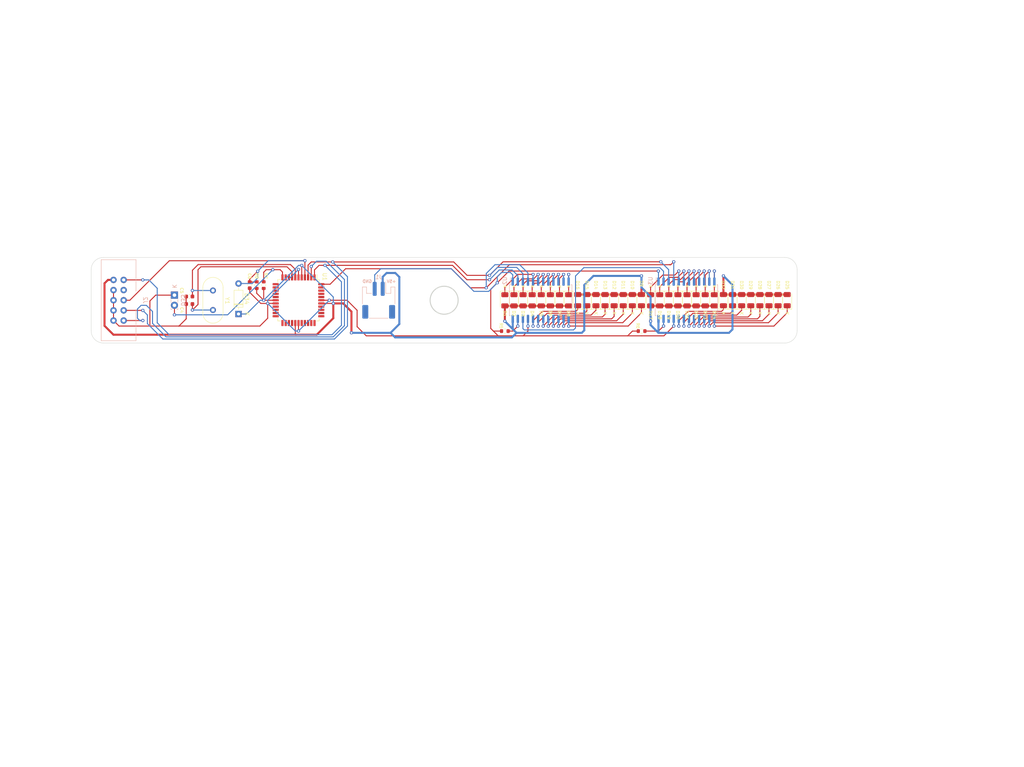
<source format=kicad_pcb>
(kicad_pcb (version 20221018) (generator pcbnew)
  (layers (0 "F.Cu" signal "Top Layer") (31 "B.Cu" signal "Bottom Layer") (34 "B.Paste" user "Bottom Paste") (35 "F.Paste" user "Top Paste") (36 "B.SilkS" user "Bottom Overlay") (37 "F.SilkS" user "Top Overlay") (38 "B.Mask" user "Bottom Solder") (39 "F.Mask" user "Top Solder") (44 "Edge.Cuts" user))
  (net 0 "")
  (net 1 "GND")
  (net 17 "/Reset")
  (net 31 "+5V")
  (net 32 "Net-(U1-XTAL2)")
  (net 33 "Net-(U1-XTAL1)")
  (net 34 "/PD2")
  (net 36 "/PB5")
  (net 37 "/PB7")
  (net 38 "Net-(D1-K)")
  (net 39 "Net-(D2-K)")
  (net 40 "Net-(D3-K)")
  (net 41 "Net-(D4-K)")
  (net 42 "Net-(D5-K)")
  (net 43 "Net-(D6-K)")
  (net 44 "Net-(D7-K)")
  (net 45 "Net-(D8-K)")
  (net 46 "Net-(D9-K)")
  (net 47 "Net-(D10-K)")
  (net 48 "Net-(D11-K)")
  (net 49 "Net-(D12-K)")
  (net 50 "Net-(D13-K)")
  (net 51 "Net-(D14-K)")
  (net 52 "Net-(D15-K)")
  (net 53 "Net-(D16-K)")
  (net 54 "Net-(D17-K)")
  (net 55 "Net-(D18-K)")
  (net 56 "Net-(D19-K)")
  (net 57 "Net-(D20-K)")
  (net 58 "Net-(D21-K)")
  (net 59 "Net-(D22-K)")
  (net 60 "Net-(D23-K)")
  (net 61 "Net-(D24-K)")
  (net 62 "Net-(D25-K)")
  (net 63 "Net-(D26-K)")
  (net 64 "Net-(D27-K)")
  (net 65 "Net-(D28-K)")
  (net 66 "Net-(D29-K)")
  (net 67 "Net-(D30-K)")
  (net 68 "Net-(D31-K)")
  (net 69 "Net-(D32-K)")
  (net 70 "Net-(U2-RSET)")
  (net 71 "Net-(U3-RSET)")
  (net 72 "/PB6")
  (net 73 "Net-(U2-SOUT)")
  (net 75 "/PB4")
  (footprint "Resistor_SMD:R_0603_1608Metric" (layer "F.Cu") (at 104.33861 80.86 90)
    (fp_text reference "R7")
    (fp_text value "10k")
  )
  (footprint "LED_SMD:LED_1206_3216Metric" (layer "F.Cu") (at 164.60861 84.66008 -90)
    (fp_text reference "D1")
    (fp_text value "LED")
  )
  (footprint "LED_SMD:LED_1206_3216Metric" (layer "F.Cu") (at 205.578932 84.66008 -90)
    (fp_text reference "D19")
    (fp_text value "LED")
  )
  (footprint "LED_SMD:LED_1206_3216Metric" (layer "F.Cu") (at 173.713126 84.66008 -90)
    (fp_text reference "D5")
    (fp_text value "LED")
  )
  (footprint "LED_SMD:LED_1206_3216Metric" (layer "F.Cu") (at 223.787964 84.62008 90)
    (fp_text reference "D30")
    (fp_text value "LED")
  )
  (footprint "LED_SMD:LED_1206_3216Metric" (layer "F.Cu") (at 219.235706 84.62008 90)
    (fp_text reference "D32")
    (fp_text value "LED")
  )
  (footprint "LED_SMD:LED_1206_3216Metric" (layer "F.Cu") (at 221.511835 84.62008 90)
    (fp_text reference "D31")
    (fp_text value "LED")
  )
  (footprint "LED_SMD:LED_1206_3216Metric" (layer "F.Cu") (at 198.750545 84.62008 90)
    (fp_text reference "D9")
    (fp_text value "LED")
  )
  (footprint "Diode_THT:D_DO-35_SOD27_P7.62mm_Horizontal" (layer "F.Cu") (at 98.05361 88.08 90)
    (fp_text reference "D34")
    (fp_text value "1N4148")
  )
  (footprint "Crystal:Crystal_HC49-4H_Vertical" (layer "F.Cu") (at 91.66361 87.09008 90)
    (fp_text reference "Y1")
    (fp_text value "Crystal")
  )
  (footprint "LED_SMD:LED_1206_3216Metric" (layer "F.Cu") (at 169.160868 84.66008 -90)
    (fp_text reference "D3")
    (fp_text value "LED")
  )
  (footprint "Resistor_SMD:R_0603_1608Metric" (layer "F.Cu") (at 164.60861 92.36 180)
    (fp_text reference "R5")
    (fp_text value "7.32k")
  )
  (footprint "Resistor_SMD:R_0603_1608Metric" (layer "F.Cu") (at 102.59111 80.86 90)
    (fp_text reference "R8")
    (fp_text value "10k")
  )
  (footprint "LED_SMD:LED_1206_3216Metric" (layer "F.Cu") (at 230.616351 84.62008 90)
    (fp_text reference "D27")
    (fp_text value "LED")
  )
  (footprint "LED_SMD:LED_1206_3216Metric" (layer "F.Cu") (at 201.026674 84.66008 -90)
    (fp_text reference "D17")
    (fp_text value "LED")
  )
  (footprint "LED_SMD:LED_1206_3216Metric" (layer "F.Cu") (at 166.884739 84.66008 -90)
    (fp_text reference "D2")
    (fp_text value "LED")
  )
  (footprint "LED_SMD:LED_1206_3216Metric" (layer "F.Cu") (at 189.646029 84.62008 90)
    (fp_text reference "D13")
    (fp_text value "LED")
  )
  (footprint "Capacitor_SMD:C_0603_1608Metric" (layer "F.Cu") (at 100.84361 80.86 -90)
    (fp_text reference "C6")
    (fp_text value "100nF")
  )
  (footprint "LED_SMD:LED_1206_3216Metric" (layer "F.Cu") (at 191.922158 84.62008 90)
    (fp_text reference "D12")
    (fp_text value "LED")
  )
  (footprint "Package_QFP:TQFP-44_10x10mm_P0.8mm" (layer "F.Cu") (at 113.03861 84.64008 -90)
    (fp_text reference "U1")
    (fp_text value "ATmega32-16A")
  )
  (footprint "LED_SMD:LED_1206_3216Metric" (layer "F.Cu") (at 207.855061 84.66008 -90)
    (fp_text reference "D20")
    (fp_text value "LED")
  )
  (footprint "LED_SMD:LED_1206_3216Metric" (layer "F.Cu") (at 228.340222 84.62008 90)
    (fp_text reference "D28")
    (fp_text value "LED")
  )
  (footprint "LED_SMD:LED_1206_3216Metric" (layer "F.Cu") (at 182.817642 84.62008 90)
    (fp_text reference "D16")
    (fp_text value "LED")
  )
  (footprint "LED_SMD:LED_1206_3216Metric" (layer "F.Cu") (at 212.407319 84.66008 -90)
    (fp_text reference "D22")
    (fp_text value "LED")
  )
  (footprint "LED_SMD:LED_1206_3216Metric" (layer "F.Cu") (at 196.474416 84.62008 90)
    (fp_text reference "D10")
    (fp_text value "LED")
  )
  (footprint "LED_SMD:LED_1206_3216Metric" (layer "F.Cu") (at 187.3699 84.62008 90)
    (fp_text reference "D14")
    (fp_text value "LED")
  )
  (footprint "LED_SMD:LED_1206_3216Metric" (layer "F.Cu") (at 226.064093 84.62008 90)
    (fp_text reference "D29")
    (fp_text value "LED")
  )
  (footprint "LED_SMD:LED_1206_3216Metric" (layer "F.Cu") (at 235.168609 84.62008 90)
    (fp_text reference "D25")
    (fp_text value "LED")
  )
  (footprint "LED_SMD:LED_1206_3216Metric" (layer "F.Cu") (at 216.959577 84.66008 -90)
    (fp_text reference "D24")
    (fp_text value "LED")
  )
  (footprint "LED_SMD:LED_1206_3216Metric" (layer "F.Cu") (at 203.302803 84.66008 -90)
    (fp_text reference "D18")
    (fp_text value "LED")
  )
  (footprint "LED_SMD:LED_1206_3216Metric" (layer "F.Cu") (at 180.541513 84.66008 -90)
    (fp_text reference "D8")
    (fp_text value "LED")
  )
  (footprint "LED_SMD:LED_1206_3216Metric" (layer "F.Cu") (at 175.989255 84.66008 -90)
    (fp_text reference "D6")
    (fp_text value "LED")
  )
  (footprint "Resistor_SMD:R_0603_1608Metric" (layer "F.Cu") (at 198.78 92.36 180)
    (fp_text reference "R6")
    (fp_text value "7.32k")
  )
  (footprint "Capacitor_SMD:C_0603_1608Metric" (layer "F.Cu") (at 85.758 83.71008 180)
    (fp_text reference "C5")
    (fp_text value "22p")
  )
  (footprint "LED_SMD:LED_1206_3216Metric" (layer "F.Cu") (at 178.265384 84.66008 -90)
    (fp_text reference "D7")
    (fp_text value "LED")
  )
  (footprint "LED_SMD:LED_1206_3216Metric" (layer "F.Cu") (at 214.683448 84.66008 -90)
    (fp_text reference "D23")
    (fp_text value "LED")
  )
  (footprint "LED_SMD:LED_1206_3216Metric" (layer "F.Cu") (at 232.89248 84.62008 90)
    (fp_text reference "D26")
    (fp_text value "LED")
  )
  (footprint "LED_SMD:LED_1206_3216Metric" (layer "F.Cu") (at 185.093771 84.62008 90)
    (fp_text reference "D15")
    (fp_text value "LED")
  )
  (footprint "LED_SMD:LED_1206_3216Metric" (layer "F.Cu") (at 210.13119 84.66008 -90)
    (fp_text reference "D21")
    (fp_text value "LED")
  )
  (footprint "LED_SMD:LED_1206_3216Metric" (layer "F.Cu") (at 194.198287 84.62008 90)
    (fp_text reference "D11")
    (fp_text value "LED")
  )
  (footprint "Capacitor_SMD:C_0603_1608Metric" (layer "F.Cu") (at 85.758 85.59008 180)
    (fp_text reference "C4")
    (fp_text value "22p")
  )
  (footprint "LED_SMD:LED_1206_3216Metric" (layer "F.Cu") (at 171.436997 84.66008 -90)
    (fp_text reference "D4")
    (fp_text value "LED")
  )
  (footprint "Package_SO:SOIC-24W_7.5x15.4mm_P1.27mm" (layer "B.Cu") (at 173.56361 84.64008 -90)
    (fp_text reference "U2")
    (fp_text value "STP16CPC05MTR")
  )
  (footprint "Connectors:ISP-10" (layer "B.Cu") (at 68.07861 84.64008 -90)
    (fp_text reference "J2")
    (fp_text value "AVR-ISP-10")
  )
  (footprint "LED_THT:LED_SideEmitter_Rectangular_W4.5mm_H1.6mm" (layer "B.Cu") (at 82.03861 83.36508 -90)
    (fp_text reference "D33")
    (fp_text value "IRL81A")
  )
  (footprint "Package_SO:SOIC-24W_7.5x15.4mm_P1.27mm" (layer "B.Cu") (at 209.98361 84.64008 -90)
    (fp_text reference "U3")
    (fp_text value "STP16CPC05MTR")
  )
  (footprint "Connector_JST:JST_PH_S2B-PH-SM4-TB_1x02-1MP_P2.00mm_Horizontal" (layer "B.Cu") (at 133.08 84.64008 180)
    (fp_text reference "J1")
    (fp_text value "Barrel_Jack")
  )
  (gr_line (start 64.29461 95.34008) (end 234.57861 95.34008) (stroke (width 0.1)) (layer "Edge.Cuts"))
  (gr_arc (start 234.57861 73.94008) (mid 236.749428 74.839262) (end 237.64861 77.01008) (stroke (width 0.1)) (layer "Edge.Cuts"))
  (gr_line (start 61.22461 77.01008) (end 61.22461 92.27008) (stroke (width 0.1)) (layer "Edge.Cuts"))
  (gr_arc (start 61.22461 77.01008) (mid 62.123792 74.839262) (end 64.29461 73.94008) (stroke (width 0.1)) (layer "Edge.Cuts"))
  (gr_arc (start 237.64861 92.27008) (mid 236.749428 94.440898) (end 234.57861 95.34008) (stroke (width 0.1)) (layer "Edge.Cuts"))
  (gr_arc (start 64.29461 95.34008) (mid 62.123792 94.440898) (end 61.22461 92.27008) (stroke (width 0.1)) (layer "Edge.Cuts"))
  (gr_line (start 234.57861 73.94008) (end 64.29461 73.94008) (stroke (width 0.1)) (layer "Edge.Cuts"))
  (gr_line (start 237.64861 77.01008) (end 237.64861 92.27008) (stroke (width 0.1)) (layer "Edge.Cuts"))
  (gr_circle (center 149.43661 84.64008) (end 152.93661 84.64008) (stroke (width 0.25)) (fill none) (layer "Edge.Cuts"))
  (gr_text "K" (at 82.12 81.15 90) (layer "B.SilkS") (effects (font (size 1 1) (thickness 0.15) bold)))
  (gr_text "GND" (at 130.2 79.92) (layer "B.SilkS") (effects (font (size 0.75 0.75) (thickness 0.15) bold) (justify mirror)))
  (gr_text "+5V" (at 136.26 79.92) (layer "B.SilkS") (effects (font (size 0.75 0.75) (thickness 0.15) bold) (justify mirror)))
  (gr_text "K" (at 175.98361 81.257143 270) (layer "F.SilkS") (effects (font (size 0.75 0.75) (thickness 0.15) bold)))
  (gr_text "K" (at 171.45361 81.257143 270) (layer "F.SilkS") (effects (font (size 0.75 0.75) (thickness 0.15) bold)))
  (gr_text "K" (at 178.27361 81.257143 270) (layer "F.SilkS") (effects (font (size 0.75 0.75) (thickness 0.15) bold)))
  (gr_text "K" (at 198.75361 87.928571 270) (layer "F.SilkS") (effects (font (size 0.75 0.75) (thickness 0.15) bold)))
  (gr_text "K" (at 203.31361 81.21 270) (layer "F.SilkS") (effects (font (size 0.75 0.75) (thickness 0.15) bold)))
  (gr_text "K" (at 191.95361 87.928571 270) (layer "F.SilkS") (effects (font (size 0.75 0.75) (thickness 0.15) bold)))
  (gr_text "K" (at 216.97361 81.21 270) (layer "F.SilkS") (effects (font (size 0.75 0.75) (thickness 0.15) bold)))
  (gr_text "K" (at 214.68361 81.21 270) (layer "F.SilkS") (effects (font (size 0.75 0.75) (thickness 0.15) bold)))
  (gr_text "K" (at 187.36361 87.928571 270) (layer "F.SilkS") (effects (font (size 0.75 0.75) (thickness 0.15) bold)))
  (gr_text "K" (at 173.71361 81.257143 270) (layer "F.SilkS") (effects (font (size 0.75 0.75) (thickness 0.15) bold)))
  (gr_text "K" (at 230.62361 87.928571 270) (layer "F.SilkS") (effects (font (size 0.75 0.75) (thickness 0.15) bold)))
  (gr_text "K" (at 180.53361 81.257143 270) (layer "F.SilkS") (effects (font (size 0.75 0.75) (thickness 0.15) bold)))
  (gr_text "K" (at 205.58361 81.21 270) (layer "F.SilkS") (effects (font (size 0.75 0.75) (thickness 0.15) bold)))
  (gr_text "K" (at 210.14361 81.21 270) (layer "F.SilkS") (effects (font (size 0.75 0.75) (thickness 0.15) bold)))
  (gr_text "K" (at 223.78361 87.928571 270) (layer "F.SilkS") (effects (font (size 0.75 0.75) (thickness 0.15) bold)))
  (gr_text "K" (at 194.18361 87.928571 270) (layer "F.SilkS") (effects (font (size 0.75 0.75) (thickness 0.15) bold)))
  (gr_text "K" (at 196.47361 87.928571 270) (layer "F.SilkS") (effects (font (size 0.75 0.75) (thickness 0.15) bold)))
  (gr_text "K" (at 232.89361 87.928571 270) (layer "F.SilkS") (effects (font (size 0.75 0.75) (thickness 0.15) bold)))
  (gr_text "K" (at 221.52361 87.928571 270) (layer "F.SilkS") (effects (font (size 0.75 0.75) (thickness 0.15) bold)))
  (gr_text "K" (at 164.62361 81.257143 270) (layer "F.SilkS") (effects (font (size 0.75 0.75) (thickness 0.15) bold)))
  (gr_text "K" (at 166.87361 81.257143 270) (layer "F.SilkS") (effects (font (size 0.75 0.75) (thickness 0.15) bold)))
  (gr_text "K" (at 207.85361 81.21 270) (layer "F.SilkS") (effects (font (size 0.75 0.75) (thickness 0.15) bold)))
  (gr_text "K" (at 212.41361 81.21 270) (layer "F.SilkS") (effects (font (size 0.75 0.75) (thickness 0.15) bold)))
  (gr_text "K" (at 219.23361 87.928571 270) (layer "F.SilkS") (effects (font (size 0.75 0.75) (thickness 0.15) bold)))
  (gr_text "K" (at 235.18361 87.928571 270) (layer "F.SilkS") (effects (font (size 0.75 0.75) (thickness 0.15) bold)))
  (gr_text "K" (at 185.11361 87.928571 270) (layer "F.SilkS") (effects (font (size 0.75 0.75) (thickness 0.15) bold)))
  (gr_text "K" (at 182.83361 87.928571 270) (layer "F.SilkS") (effects (font (size 0.75 0.75) (thickness 0.15) bold)))
  (gr_text "K" (at 189.68361 87.928571 270) (layer "F.SilkS") (effects (font (size 0.75 0.75) (thickness 0.15) bold)))
  (gr_text "K" (at 201.01361 81.21 270) (layer "F.SilkS") (effects (font (size 0.75 0.75) (thickness 0.15) bold)))
  (gr_text "K" (at 228.35361 87.928571 270) (layer "F.SilkS") (effects (font (size 0.75 0.75) (thickness 0.15) bold)))
  (gr_text "K" (at 226.03361 87.928571 270) (layer "F.SilkS") (effects (font (size 0.75 0.75) (thickness 0.15) bold)))
  (gr_text "K" (at 169.14361 81.257143 270) (layer "F.SilkS") (effects (font (size 0.75 0.75) (thickness 0.15) bold)))
  (segment (start 127.69 87.16) (end 127.69 91.26) (width 0.25) (layer "F.Cu") (net 1))
  (segment (start 66.80861 84.64008) (end 66.80861 87.18008) (width 0.25) (layer "F.Cu") (net 1))
  (segment (start 82.03861 83.36508) (end 77.35492 83.36508) (width 0.25) (layer "F.Cu") (net 1))
  (segment (start 170.38861 91.1) (end 170.38861 92.335) (width 0.25) (layer "F.Cu") (net 1))
  (segment (start 161.08 91.69) (end 161.08 81.91361) (width 0.25) (layer "F.Cu") (net 1))
  (segment (start 103.38361 91.1) (end 105.33861 89.145) (width 0.25) (layer "F.Cu") (net 1))
  (segment (start 100.84361 82.67) (end 103.61369 85.44008) (width 0.25) (layer "F.Cu") (net 1))
  (segment (start 75.92 91.1) (end 83.17 91.1) (width 0.25) (layer "F.Cu") (net 1))
  (segment (start 83.17 91.1) (end 103.38361 91.1) (width 0.25) (layer "F.Cu") (net 1))
  (segment (start 105.33861 89.145) (end 105.33861 85.44008) (width 0.25) (layer "F.Cu") (net 1))
  (segment (start 161.75 92.36) (end 162.94 93.55) (width 0.25) (layer "F.Cu") (net 1))
  (segment (start 161.75 92.36) (end 161.08 91.69) (width 0.25) (layer "F.Cu") (net 1))
  (segment (start 75.9 91.08) (end 75.9 84.82) (width 0.25) (layer "F.Cu") (net 1))
  (segment (start 163.78361 92.36) (end 161.75 92.36) (width 0.25) (layer "F.Cu") (net 1))
  (segment (start 161.08 81.91361) (end 162.71361 80.28) (width 0.25) (layer "F.Cu") (net 1))
  (segment (start 84.983 83.71008) (end 84.983 85.59008) (width 0.25) (layer "F.Cu") (net 1))
  (segment (start 204.35861 93.55) (end 198.80361 93.55) (width 0.25) (layer "F.Cu") (net 1))
  (segment (start 125.17008 84.64008) (end 127.69 87.16) (width 0.25) (layer "F.Cu") (net 1))
  (segment (start 84.983 85.59008) (end 84.983 89.287) (width 0.25) (layer "F.Cu") (net 1))
  (segment (start 113.03861 76.94008) (end 113.03861 78.94008) (width 0.25) (layer "F.Cu") (net 1))
  (segment (start 195.3 93.55) (end 169.17361 93.55) (width 0.25) (layer "F.Cu") (net 1))
  (segment (start 129.98 93.55) (end 169.17361 93.55) (width 0.25) (layer "F.Cu") (net 1))
  (segment (start 66.80861 89.72008) (end 68.18853 91.1) (width 0.25) (layer "F.Cu") (net 1))
  (segment (start 113.03861 92.34008) (end 113.03861 90.34008) (width 0.25) (layer "F.Cu") (net 1))
  (segment (start 196.49 92.36) (end 195.3 93.55) (width 0.25) (layer "F.Cu") (net 1))
  (segment (start 170.38861 92.335) (end 169.17361 93.55) (width 0.25) (layer "F.Cu") (net 1))
  (segment (start 68.18853 91.1) (end 75.92 91.1) (width 0.25) (layer "F.Cu") (net 1))
  (segment (start 77.35492 83.36508) (end 75.9 84.82) (width 0.25) (layer "F.Cu") (net 1))
  (segment (start 197.955 92.36) (end 196.49 92.36) (width 0.25) (layer "F.Cu") (net 1))
  (segment (start 66.80861 82.10008) (end 66.80861 84.64008) (width 0.25) (layer "F.Cu") (net 1))
  (segment (start 84.983 89.287) (end 83.17 91.1) (width 0.25) (layer "F.Cu") (net 1))
  (segment (start 120.73861 84.64008) (end 125.17008 84.64008) (width 0.25) (layer "F.Cu") (net 1))
  (segment (start 127.69 91.26) (end 129.98 93.55) (width 0.25) (layer "F.Cu") (net 1))
  (segment (start 100.84361 81.635) (end 100.84361 82.67) (width 0.25) (layer "F.Cu") (net 1))
  (segment (start 120.73861 84.64008) (end 118.73861 84.64008) (width 0.25) (layer "F.Cu") (net 1))
  (segment (start 162.71361 80.28) (end 165.64361 77.35) (width 0.25) (layer "F.Cu") (net 1))
  (segment (start 198.80361 93.55) (end 195.3 93.55) (width 0.25) (layer "F.Cu") (net 1))
  (segment (start 107.33861 85.44008) (end 105.33861 85.44008) (width 0.25) (layer "F.Cu") (net 1))
  (segment (start 66.80861 87.18008) (end 66.80861 89.72008) (width 0.25) (layer "F.Cu") (net 1))
  (segment (start 75.92 91.1) (end 75.9 91.08) (width 0.25) (layer "F.Cu") (net 1))
  (segment (start 206.80861 91.1) (end 204.35861 93.55) (width 0.25) (layer "F.Cu") (net 1))
  (segment (start 103.61369 85.44008) (end 105.33861 85.44008) (width 0.25) (layer "F.Cu") (net 1))
  (segment (start 165.64361 77.35) (end 202.96861 77.35) (width 0.25) (layer "F.Cu") (net 1))
  (via (at 206.80861 91.1) (size 0.8) (drill 0.4) (layers "F.Cu" "B.Cu") (net 1))
  (via (at 162.71361 80.28) (size 0.8) (drill 0.4) (layers "F.Cu" "B.Cu") (net 1))
  (via (at 113.03861 76.94008) (size 0.8) (drill 0.4) (layers "F.Cu" "B.Cu") (net 1))
  (via (at 202.96861 77.35) (size 0.8) (drill 0.4) (layers "F.Cu" "B.Cu") (net 1))
  (via (at 105.33861 85.44008) (size 0.8) (drill 0.4) (layers "F.Cu" "B.Cu") (net 1))
  (via (at 113.03861 92.34008) (size 0.8) (drill 0.4) (layers "F.Cu" "B.Cu") (net 1))
  (via (at 120.73861 84.64008) (size 0.8) (drill 0.4) (layers "F.Cu" "B.Cu") (net 1))
  (via (at 170.38861 91.1) (size 0.8) (drill 0.4) (layers "F.Cu" "B.Cu") (net 1))
  (segment (start 160.56361 82.43) (end 162.71361 80.28) (width 0.25) (layer "B.Cu") (net 1))
  (segment (start 165.99361 77.7) (end 163.78361 77.7) (width 0.25) (layer "B.Cu") (net 1))
  (segment (start 166.57861 78.285) (end 165.99361 77.7) (width 0.25) (layer "B.Cu") (net 1))
  (segment (start 206.80861 91.1) (end 206.80861 89.29008) (width 0.25) (layer "B.Cu") (net 1))
  (segment (start 120.73861 84.64008) (end 113.03861 92.34008) (width 0.25) (layer "B.Cu") (net 1))
  (segment (start 156.88 82.43) (end 160.56361 82.43) (width 0.25) (layer "B.Cu") (net 1))
  (segment (start 105.33861 85.44008) (end 105.33861 84.64008) (width 0.25) (layer "B.Cu") (net 1))
  (segment (start 113.03861 92.34008) (end 112.23861 92.34008) (width 0.25) (layer "B.Cu") (net 1))
  (segment (start 132.08 78.3) (end 133.62 76.76) (width 0.25) (layer "B.Cu") (net 1))
  (segment (start 163.78361 77.7) (end 162.71361 78.77) (width 0.25) (layer "B.Cu") (net 1))
  (segment (start 132.08 81.79008) (end 132.08 78.3) (width 0.25) (layer "B.Cu") (net 1))
  (segment (start 112.23861 92.34008) (end 105.33861 85.44008) (width 0.25) (layer "B.Cu") (net 1))
  (segment (start 162.71361 78.77) (end 162.71361 80.28) (width 0.25) (layer "B.Cu") (net 1))
  (segment (start 133.62 76.76) (end 151.21 76.76) (width 0.25) (layer "B.Cu") (net 1))
  (segment (start 170.38861 89.29008) (end 170.38861 91.1) (width 0.25) (layer "B.Cu") (net 1))
  (segment (start 166.57861 79.99008) (end 166.57861 78.285) (width 0.25) (layer "B.Cu") (net 1))
  (segment (start 151.21 76.76) (end 156.88 82.43) (width 0.25) (layer "B.Cu") (net 1))
  (segment (start 202.99861 79.99008) (end 202.99861 77.38) (width 0.25) (layer "B.Cu") (net 1))
  (segment (start 105.33861 84.64008) (end 113.03861 76.94008) (width 0.25) (layer "B.Cu") (net 1))
  (segment (start 202.99861 77.38) (end 202.96861 77.35) (width 0.25) (layer "B.Cu") (net 1))
  (segment (start 69.34861 84.64008) (end 70.88992 84.64008) (width 0.25) (layer "F.Cu") (net 17))
  (segment (start 100.84361 80.085) (end 100.84361 79.39) (width 0.25) (layer "F.Cu") (net 17))
  (segment (start 100.84361 79.39) (end 102.84361 77.39) (width 0.25) (layer "F.Cu") (net 17))
  (segment (start 80.77 74.76) (end 114.63861 74.76) (width 0.25) (layer "F.Cu") (net 17))
  (segment (start 102.54111 80.085) (end 102.59111 80.035) (width 0.25) (layer "F.Cu") (net 17))
  (segment (start 114.63861 74.76) (end 114.63861 78.94008) (width 0.25) (layer "F.Cu") (net 17))
  (segment (start 70.88992 84.64008) (end 80.77 74.76) (width 0.25) (layer "F.Cu") (net 17))
  (segment (start 100.84361 80.085) (end 102.54111 80.085) (width 0.25) (layer "F.Cu") (net 17))
  (via (at 102.84361 77.39) (size 0.8) (drill 0.4) (layers "F.Cu" "B.Cu") (net 17))
  (via (at 114.63861 74.76) (size 0.8) (drill 0.4) (layers "F.Cu" "B.Cu") (net 17))
  (segment (start 98.05361 80.46) (end 101.47361 80.46) (width 0.25) (layer "B.Cu") (net 17))
  (segment (start 105.47361 74.76) (end 102.84361 77.39) (width 0.25) (layer "B.Cu") (net 17))
  (segment (start 114.63861 74.76) (end 105.47361 74.76) (width 0.25) (layer "B.Cu") (net 17))
  (segment (start 101.47361 80.46) (end 102.84361 79.09) (width 0.25) (layer "B.Cu") (net 17))
  (segment (start 102.92361 77.39) (end 102.92361 77.59) (width 0.25) (layer "B.Cu") (net 17))
  (segment (start 102.84361 79.09) (end 102.84361 77.39) (width 0.25) (layer "B.Cu") (net 17))
  (segment (start 194.198287 83.22008) (end 196.474416 83.22008) (width 0.5) (layer "F.Cu") (net 31))
  (segment (start 219.235706 83.22008) (end 221.511835 83.22008) (width 0.5) (layer "F.Cu") (net 31))
  (segment (start 223.787964 83.22008) (end 226.064093 83.22008) (width 0.5) (layer "F.Cu") (net 31))
  (segment (start 102.59111 81.685) (end 102.59111 82.9025) (width 0.25) (layer "F.Cu") (net 31))
  (segment (start 107.33861 84.64008) (end 104.34853 84.64008) (width 0.25) (layer "F.Cu") (net 31))
  (segment (start 230.616351 83.22008) (end 228.340222 83.22008) (width 0.5) (layer "F.Cu") (net 31))
  (segment (start 203.302803 86.06008) (end 205.578932 86.06008) (width 0.5) (layer "F.Cu") (net 31))
  (segment (start 221.511835 83.22008) (end 223.787964 83.22008) (width 0.5) (layer "F.Cu") (net 31))
  (segment (start 212.407319 86.06008) (end 210.13119 86.06008) (width 0.5) (layer "F.Cu") (net 31))
  (segment (start 64.56361 91.03) (end 64.56361 80.42) (width 0.5) (layer "F.Cu") (net 31))
  (segment (start 65.42353 79.56008) (end 66.80861 79.56008) (width 0.5) (layer "F.Cu") (net 31))
  (segment (start 235.168609 83.22008) (end 232.89248 83.22008) (width 0.5) (layer "F.Cu") (net 31))
  (segment (start 198.750545 83.22008) (end 196.474416 83.22008) (width 0.5) (layer "F.Cu") (net 31))
  (segment (start 185.093771 83.22008) (end 187.3699 83.22008) (width 0.5) (layer "F.Cu") (net 31))
  (segment (start 191.922158 83.22008) (end 194.198287 83.22008) (width 0.5) (layer "F.Cu") (net 31))
  (segment (start 66.79361 93.26) (end 64.56361 91.03) (width 0.5) (layer "F.Cu") (net 31))
  (segment (start 232.89248 83.22008) (end 230.616351 83.22008) (width 0.5) (layer "F.Cu") (net 31))
  (segment (start 121.73861 85.44008) (end 124.22369 85.44008) (width 0.5) (layer "F.Cu") (net 31))
  (segment (start 201.026674 86.06008) (end 203.302803 86.06008) (width 0.5) (layer "F.Cu") (net 31))
  (segment (start 121.73861 85.44008) (end 118.73861 85.44008) (width 0.25) (layer "F.Cu") (net 31))
  (segment (start 104.33861 81.685) (end 104.33861 84.65) (width 0.25) (layer "F.Cu") (net 31))
  (segment (start 210.13119 86.06008) (end 207.855061 86.06008) (width 0.5) (layer "F.Cu") (net 31))
  (segment (start 228.340222 83.22008) (end 226.064093 83.22008) (width 0.5) (layer "F.Cu") (net 31))
  (segment (start 180.541513 86.06008) (end 178.265384 86.06008) (width 0.5) (layer "F.Cu") (net 31))
  (segment (start 117.61361 93.26) (end 112.4 93.26) (width 0.5) (layer "F.Cu") (net 31))
  (segment (start 207.855061 86.06008) (end 205.578932 86.06008) (width 0.5) (layer "F.Cu") (net 31))
  (segment (start 102.59111 82.9025) (end 104.33861 84.65) (width 0.25) (layer "F.Cu") (net 31))
  (segment (start 166.884739 86.06008) (end 169.160868 86.06008) (width 0.5) (layer "F.Cu") (net 31))
  (segment (start 171.436997 86.06008) (end 173.713126 86.06008) (width 0.5) (layer "F.Cu") (net 31))
  (segment (start 198.750545 83.22008) (end 198.750545 78.56) (width 0.5) (layer "F.Cu") (net 31))
  (segment (start 216.959577 86.06008) (end 214.683448 86.06008) (width 0.5) (layer "F.Cu") (net 31))
  (segment (start 182.817642 83.22008) (end 185.093771 83.22008) (width 0.5) (layer "F.Cu") (net 31))
  (segment (start 219.235706 83.22008) (end 219.235706 78.56) (width 0.5) (layer "F.Cu") (net 31))
  (segment (start 214.683448 86.06008) (end 212.407319 86.06008) (width 0.5) (layer "F.Cu") (net 31))
  (segment (start 173.713126 86.06008) (end 175.989255 86.06008) (width 0.5) (layer "F.Cu") (net 31))
  (segment (start 121.73861 85.44008) (end 121.73861 89.135) (width 0.5) (layer "F.Cu") (net 31))
  (segment (start 113.83861 78.94008) (end 113.83861 75.94008) (width 0.25) (layer "F.Cu") (net 31))
  (segment (start 112.4 93.26) (end 66.79361 93.26) (width 0.5) (layer "F.Cu") (net 31))
  (segment (start 189.646029 83.22008) (end 191.922158 83.22008) (width 0.5) (layer "F.Cu") (net 31))
  (segment (start 175.989255 86.06008) (end 178.265384 86.06008) (width 0.5) (layer "F.Cu") (net 31))
  (segment (start 187.3699 83.22008) (end 189.646029 83.22008) (width 0.5) (layer "F.Cu") (net 31))
  (segment (start 201.026674 89.88) (end 201.026674 86.06008) (width 0.5) (layer "F.Cu") (net 31))
  (segment (start 112.23861 90.34008) (end 112.23861 93.09861) (width 0.25) (layer "F.Cu") (net 31))
  (segment (start 121.73861 89.135) (end 117.61361 93.26) (width 0.5) (layer "F.Cu") (net 31))
  (segment (start 64.56361 80.42) (end 65.42353 79.56008) (width 0.5) (layer "F.Cu") (net 31))
  (segment (start 169.160868 86.06008) (end 171.436997 86.06008) (width 0.5) (layer "F.Cu") (net 31))
  (segment (start 164.60861 86.06008) (end 164.60861 89.88) (width 0.5) (layer "F.Cu") (net 31))
  (segment (start 104.34853 84.64008) (end 104.33861 84.65) (width 0.25) (layer "F.Cu") (net 31))
  (segment (start 126.27361 87.49) (end 126.27361 92.79) (width 0.5) (layer "F.Cu") (net 31))
  (segment (start 164.60861 86.06008) (end 166.884739 86.06008) (width 0.5) (layer "F.Cu") (net 31))
  (segment (start 124.22369 85.44008) (end 126.27361 87.49) (width 0.5) (layer "F.Cu") (net 31))
  (via (at 201.026674 89.88) (size 0.8) (drill 0.4) (layers "F.Cu" "B.Cu") (net 31))
  (via (at 121.73861 85.44008) (size 0.8) (drill 0.4) (layers "F.Cu" "B.Cu") (net 31))
  (via (at 104.33861 84.65) (size 0.8) (drill 0.4) (layers "F.Cu" "B.Cu") (net 31))
  (via (at 126.27361 92.79) (size 0.8) (drill 0.4) (layers "F.Cu" "B.Cu") (net 31))
  (via (at 198.750545 78.56) (size 0.8) (drill 0.4) (layers "F.Cu" "B.Cu") (net 31))
  (via (at 164.60861 89.88) (size 0.8) (drill 0.4) (layers "F.Cu" "B.Cu") (net 31))
  (via (at 113.83861 75.94008) (size 0.8) (drill 0.4) (layers "F.Cu" "B.Cu") (net 31))
  (via (at 219.235706 78.56) (size 0.8) (drill 0.4) (layers "F.Cu" "B.Cu") (net 31))
  (segment (start 137.19 93.94) (end 166.36861 93.94) (width 0.5) (layer "B.Cu") (net 31))
  (segment (start 121.73861 83.84008) (end 113.83861 75.94008) (width 0.25) (layer "B.Cu") (net 31))
  (segment (start 221.49861 91.93) (end 220.62861 92.8) (width 0.5) (layer "B.Cu") (net 31))
  (segment (start 135.06 77.83) (end 137.23 77.83) (width 0.5) (layer "B.Cu") (net 31))
  (segment (start 198.750545 78.56) (end 186.74 78.56) (width 0.5) (layer "B.Cu") (net 31))
  (segment (start 137.23 77.83) (end 138.24 78.84) (width 0.5) (layer "B.Cu") (net 31))
  (segment (start 184.45861 80.84139) (end 184.45861 92.175) (width 0.5) (layer "B.Cu") (net 31))
  (segment (start 166.57861 91.85) (end 167.51861 92.79) (width 0.5) (layer "B.Cu") (net 31))
  (segment (start 184.45861 92.175) (end 183.84361 92.79) (width 0.5) (layer "B.Cu") (net 31))
  (segment (start 198.750545 81.45) (end 201.026674 83.726129) (width 0.5) (layer "B.Cu") (net 31))
  (segment (start 134.08 78.81) (end 135.06 77.83) (width 0.5) (layer "B.Cu") (net 31))
  (segment (start 100.05361 88.08) (end 103.48361 84.65) (width 0.25) (layer "B.Cu") (net 31))
  (segment (start 121.73861 85.38) (end 121.73861 83.84008) (width 0.25) (layer "B.Cu") (net 31))
  (segment (start 219.235706 78.56) (end 221.49861 80.822904) (width 0.5) (layer "B.Cu") (net 31))
  (segment (start 113.83861 75.94008) (end 113.04853 75.94008) (width 0.25) (layer "B.Cu") (net 31))
  (segment (start 166.57861 91.85) (end 166.57861 89.29008) (width 0.5) (layer "B.Cu") (net 31))
  (segment (start 98.05361 88.08) (end 100.05361 88.08) (width 0.25) (layer "B.Cu") (net 31))
  (segment (start 138.24 90.59) (end 136.04 92.79) (width 0.5) (layer "B.Cu") (net 31))
  (segment (start 136.04 92.79) (end 137.19 93.94) (width 0.5) (layer "B.Cu") (net 31))
  (segment (start 201.026674 83.726129) (end 201.026674 89.88) (width 0.5) (layer "B.Cu") (net 31))
  (segment (start 202.99861 89.29008) (end 202.99861 92.8) (width 0.5) (layer "B.Cu") (net 31))
  (segment (start 183.84361 92.79) (end 167.51861 92.79) (width 0.5) (layer "B.Cu") (net 31))
  (segment (start 220.62861 92.8) (end 202.99861 92.8) (width 0.5) (layer "B.Cu") (net 31))
  (segment (start 113.04853 75.94008) (end 104.33861 84.65) (width 0.25) (layer "B.Cu") (net 31))
  (segment (start 166.36861 93.94) (end 167.51861 92.79) (width 0.5) (layer "B.Cu") (net 31))
  (segment (start 201.026674 90.828064) (end 201.026674 89.88) (width 0.5) (layer "B.Cu") (net 31))
  (segment (start 202.99861 92.8) (end 201.026674 90.828064) (width 0.5) (layer "B.Cu") (net 31))
  (segment (start 138.24 78.84) (end 138.24 90.59) (width 0.5) (layer "B.Cu") (net 31))
  (segment (start 126.27361 92.79) (end 136.04 92.79) (width 0.5) (layer "B.Cu") (net 31))
  (segment (start 186.74 78.56) (end 184.45861 80.84139) (width 0.5) (layer "B.Cu") (net 31))
  (segment (start 134.08 81.79008) (end 134.08 78.81) (width 0.5) (layer "B.Cu") (net 31))
  (segment (start 103.48361 84.65) (end 104.33861 84.65) (width 0.25) (layer "B.Cu") (net 31))
  (segment (start 164.60861 89.88) (end 166.57861 91.85) (width 0.5) (layer "B.Cu") (net 31))
  (segment (start 198.750545 78.56) (end 198.750545 81.45) (width 0.5) (layer "B.Cu") (net 31))
  (segment (start 221.49861 80.822904) (end 221.49861 91.93) (width 0.5) (layer "B.Cu") (net 31))
  (segment (start 86.533 82.21008) (end 86.533 77.147) (width 0.25) (layer "F.Cu") (net 32))
  (segment (start 112.23861 76.92) (end 112.23861 78.94008) (width 0.25) (layer "F.Cu") (net 32))
  (segment (start 86.533 77.147) (end 87.96 75.72) (width 0.25) (layer "F.Cu") (net 32))
  (segment (start 86.533 83.71008) (end 86.533 82.21008) (width 0.25) (layer "F.Cu") (net 32))
  (segment (start 87.96 75.72) (end 111.03861 75.72) (width 0.25) (layer "F.Cu") (net 32))
  (segment (start 111.03861 75.72) (end 112.23861 76.92) (width 0.25) (layer "F.Cu") (net 32))
  (segment (start 86.52369 82.22) (end 86.53361 82.21008) (width 0.25) (layer "F.Cu") (net 32))
  (via (at 86.533 82.21008) (size 0.8) (drill 0.4) (layers "F.Cu" "B.Cu") (net 32))
  (segment (start 86.533 82.21008) (end 91.66361 82.21008) (width 0.25) (layer "B.Cu") (net 32))
  (segment (start 86.53361 87.09008) (end 87.93 85.69369) (width 0.25) (layer "F.Cu") (net 33))
  (segment (start 111.43861 77.55) (end 111.43861 78.94008) (width 0.25) (layer "F.Cu") (net 33))
  (segment (start 87.93 77) (end 88.66 76.27) (width 0.25) (layer "F.Cu") (net 33))
  (segment (start 88.66 76.27) (end 110.15861 76.27) (width 0.25) (layer "F.Cu") (net 33))
  (segment (start 86.533 85.59008) (end 86.533 87.09008) (width 0.25) (layer "F.Cu") (net 33))
  (segment (start 110.15861 76.27) (end 111.43861 77.55) (width 0.25) (layer "F.Cu") (net 33))
  (segment (start 87.93 85.69369) (end 87.93 77) (width 0.25) (layer "F.Cu") (net 33))
  (via (at 86.533 87.09008) (size 0.8) (drill 0.4) (layers "F.Cu" "B.Cu") (net 33))
  (segment (start 86.533 87.09008) (end 91.66361 87.09008) (width 0.25) (layer "B.Cu") (net 33))
  (segment (start 108.44361 77) (end 109.03861 77.595) (width 0.25) (layer "F.Cu") (net 34))
  (segment (start 104.98361 77) (end 106.62361 77) (width 0.25) (layer "F.Cu") (net 34))
  (segment (start 104.33861 77.645) (end 104.98361 77) (width 0.25) (layer "F.Cu") (net 34))
  (segment (start 109.03861 77.595) (end 109.03861 78.94008) (width 0.25) (layer "F.Cu") (net 34))
  (segment (start 106.62361 77) (end 108.44361 77) (width 0.25) (layer "F.Cu") (net 34))
  (segment (start 82.03861 88.29) (end 82.03861 85.90508) (width 0.25) (layer "F.Cu") (net 34))
  (segment (start 104.33861 80.035) (end 104.33861 77.645) (width 0.25) (layer "F.Cu") (net 34))
  (via (at 106.62361 77) (size 0.8) (drill 0.4) (layers "F.Cu" "B.Cu") (net 34))
  (via (at 82.03861 88.29) (size 0.8) (drill 0.4) (layers "F.Cu" "B.Cu") (net 34))
  (segment (start 95.33361 88.29) (end 106.62361 77) (width 0.25) (layer "B.Cu") (net 34))
  (segment (start 82.03861 88.29) (end 95.33361 88.29) (width 0.25) (layer "B.Cu") (net 34))
  (segment (start 155.11861 79.51) (end 160.77861 79.51) (width 0.25) (layer "F.Cu") (net 36))
  (segment (start 151.52361 75.915) (end 151.53861 75.93) (width 0.25) (layer "F.Cu") (net 36))
  (segment (start 151.53861 75.93) (end 155.11861 79.51) (width 0.25) (layer "F.Cu") (net 36))
  (segment (start 119.56361 75.915) (end 151.52361 75.915) (width 0.25) (layer "F.Cu") (net 36))
  (segment (start 69.34861 79.56008) (end 74.13 79.56008) (width 0.25) (layer "F.Cu") (net 36))
  (segment (start 118.17861 75.915) (end 119.65361 75.915) (width 0.25) (layer "F.Cu") (net 36))
  (segment (start 119.65361 75.93) (end 119.57361 75.85) (width 0.25) (layer "F.Cu") (net 36))
  (segment (start 117.03861 78.94008) (end 117.03861 77.055) (width 0.25) (layer "F.Cu") (net 36))
  (segment (start 117.03861 77.055) (end 118.17861 75.915) (width 0.25) (layer "F.Cu") (net 36))
  (via (at 119.65361 75.915) (size 0.8) (drill 0.4) (layers "F.Cu" "B.Cu") (net 36))
  (via (at 160.77861 79.51) (size 0.8) (drill 0.4) (layers "F.Cu" "B.Cu") (net 36))
  (via (at 74.13 79.56008) (size 0.8) (drill 0.4) (layers "F.Cu" "B.Cu") (net 36))
  (segment (start 75.64008 79.56008) (end 77.74 81.66) (width 0.25) (layer "B.Cu") (net 36))
  (segment (start 77.74 90.28639) (end 80.72361 93.27) (width 0.25) (layer "B.Cu") (net 36))
  (segment (start 123.77361 90.91) (end 123.77361 80.035) (width 0.25) (layer "B.Cu") (net 36))
  (segment (start 74.13 79.56008) (end 75.64008 79.56008) (width 0.25) (layer "B.Cu") (net 36))
  (segment (start 123.77361 80.035) (end 119.65361 75.915) (width 0.25) (layer "B.Cu") (net 36))
  (segment (start 163.20861 77.08) (end 166.43861 77.08) (width 0.25) (layer "B.Cu") (net 36))
  (segment (start 77.74 81.66) (end 77.74 90.28639) (width 0.25) (layer "B.Cu") (net 36))
  (segment (start 121.41361 93.27) (end 123.77361 90.91) (width 0.25) (layer "B.Cu") (net 36))
  (segment (start 167.84861 78.49) (end 167.84861 79.99008) (width 0.25) (layer "B.Cu") (net 36))
  (segment (start 166.43861 77.08) (end 167.84861 78.49) (width 0.25) (layer "B.Cu") (net 36))
  (segment (start 160.77861 79.51) (end 163.20861 77.08) (width 0.25) (layer "B.Cu") (net 36))
  (segment (start 80.72361 93.27) (end 121.41361 93.27) (width 0.25) (layer "B.Cu") (net 36))
  (segment (start 151.82861 75.07) (end 155.17861 78.42) (width 0.25) (layer "F.Cu") (net 37))
  (segment (start 115.43861 78.94008) (end 115.43861 75.865) (width 0.25) (layer "F.Cu") (net 37))
  (segment (start 116.23361 75.07) (end 121.59361 75.07) (width 0.25) (layer "F.Cu") (net 37))
  (segment (start 155.17861 78.42) (end 160.79861 78.42) (width 0.25) (layer "F.Cu") (net 37))
  (segment (start 164.16861 75.03) (end 160.77861 78.42) (width 0.25) (layer "F.Cu") (net 37))
  (segment (start 203.57861 75.03) (end 164.16861 75.03) (width 0.25) (layer "F.Cu") (net 37))
  (segment (start 115.43861 75.865) (end 116.23361 75.07) (width 0.25) (layer "F.Cu") (net 37))
  (segment (start 69.34861 87.18008) (end 74.13 87.18008) (width 0.25) (layer "F.Cu") (net 37))
  (segment (start 121.59361 75.07) (end 151.82861 75.07) (width 0.25) (layer "F.Cu") (net 37))
  (via (at 121.59361 75.07) (size 0.8) (drill 0.4) (layers "F.Cu" "B.Cu") (net 37))
  (via (at 203.57861 75.03) (size 0.8) (drill 0.4) (layers "F.Cu" "B.Cu") (net 37))
  (via (at 160.77861 78.42) (size 0.8) (drill 0.4) (layers "F.Cu" "B.Cu") (net 37))
  (via (at 74.13 87.18008) (size 0.8) (drill 0.4) (layers "F.Cu" "B.Cu") (net 37))
  (segment (start 75.28 88.33008) (end 75.28 90.48639) (width 0.25) (layer "B.Cu") (net 37))
  (segment (start 75.28 90.48639) (end 79.13361 94.34) (width 0.25) (layer "B.Cu") (net 37))
  (segment (start 167.54861 76.42) (end 169.11861 77.99) (width 0.25) (layer "B.Cu") (net 37))
  (segment (start 122.03361 94.34) (end 125.27361 91.1) (width 0.25) (layer "B.Cu") (net 37))
  (segment (start 74.13 87.18008) (end 75.28 88.33008) (width 0.25) (layer "B.Cu") (net 37))
  (segment (start 203.57861 75.03) (end 205.53861 76.99) (width 0.25) (layer "B.Cu") (net 37))
  (segment (start 169.11861 77.99) (end 169.11861 79.99008) (width 0.25) (layer "B.Cu") (net 37))
  (segment (start 205.53861 76.99) (end 205.53861 79.99008) (width 0.25) (layer "B.Cu") (net 37))
  (segment (start 125.27361 78.75) (end 121.59361 75.07) (width 0.25) (layer "B.Cu") (net 37))
  (segment (start 160.77861 78.42) (end 162.77861 76.42) (width 0.25) (layer "B.Cu") (net 37))
  (segment (start 79.13361 94.34) (end 122.03361 94.34) (width 0.25) (layer "B.Cu") (net 37))
  (segment (start 125.27361 91.1) (end 125.27361 78.75) (width 0.25) (layer "B.Cu") (net 37))
  (segment (start 162.77861 76.42) (end 167.54861 76.42) (width 0.25) (layer "B.Cu") (net 37))
  (segment (start 167.79845 78.18016) (end 171.65861 78.18016) (width 0.25) (layer "F.Cu") (net 38))
  (segment (start 164.60861 81.37) (end 167.79845 78.18016) (width 0.25) (layer "F.Cu") (net 38))
  (segment (start 164.60861 83.26008) (end 164.60861 81.37) (width 0.25) (layer "F.Cu") (net 38))
  (via (at 171.65861 78.18016) (size 0.8) (drill 0.4) (layers "F.Cu" "B.Cu") (net 38))
  (segment (start 171.65861 79.99008) (end 171.65861 78.18016) (width 0.25) (layer "B.Cu") (net 38))
  (segment (start 166.884739 81.263871) (end 166.884739 83.26008) (width 0.25) (layer "F.Cu") (net 39))
  (segment (start 168.83861 79.31) (end 166.884739 81.263871) (width 0.25) (layer "F.Cu") (net 39))
  (segment (start 172.92861 78.18016) (end 171.79877 79.31) (width 0.25) (layer "F.Cu") (net 39))
  (segment (start 171.79877 79.31) (end 168.83861 79.31) (width 0.25) (layer "F.Cu") (net 39))
  (via (at 172.92861 78.18016) (size 0.8) (drill 0.4) (layers "F.Cu" "B.Cu") (net 39))
  (segment (start 172.92861 79.99008) (end 172.92861 78.18016) (width 0.25) (layer "B.Cu") (net 39))
  (segment (start 170.06361 79.79) (end 169.160868 80.692742) (width 0.25) (layer "F.Cu") (net 40))
  (segment (start 172.58877 79.79) (end 170.06361 79.79) (width 0.25) (layer "F.Cu") (net 40))
  (segment (start 169.160868 80.692742) (end 169.160868 83.26008) (width 0.25) (layer "F.Cu") (net 40))
  (segment (start 174.19861 78.18016) (end 172.58877 79.79) (width 0.25) (layer "F.Cu") (net 40))
  (via (at 174.19861 78.18016) (size 0.8) (drill 0.4) (layers "F.Cu" "B.Cu") (net 40))
  (segment (start 174.19861 78.18016) (end 174.19861 79.99008) (width 0.25) (layer "B.Cu") (net 40))
  (segment (start 173.27877 80.37) (end 175.46861 78.18016) (width 0.25) (layer "F.Cu") (net 41))
  (segment (start 172.13861 80.37) (end 173.27877 80.37) (width 0.25) (layer "F.Cu") (net 41))
  (segment (start 171.436997 81.071613) (end 172.13861 80.37) (width 0.25) (layer "F.Cu") (net 41))
  (segment (start 171.436997 83.26008) (end 171.436997 81.071613) (width 0.25) (layer "F.Cu") (net 41))
  (via (at 175.46861 78.18016) (size 0.8) (drill 0.4) (layers "F.Cu" "B.Cu") (net 41))
  (segment (start 175.46861 78.18016) (end 175.46861 79.99008) (width 0.25) (layer "B.Cu") (net 41))
  (segment (start 173.85877 81.06) (end 173.713126 81.205644) (width 0.25) (layer "F.Cu") (net 42))
  (segment (start 176.73861 78.18016) (end 173.85877 81.06) (width 0.25) (layer "F.Cu") (net 42))
  (segment (start 173.713126 81.205644) (end 173.713126 83.26008) (width 0.25) (layer "F.Cu") (net 42))
  (via (at 176.73861 78.18016) (size 0.8) (drill 0.4) (layers "F.Cu" "B.Cu") (net 42))
  (segment (start 176.73861 78.18016) (end 176.73861 79.99008) (width 0.25) (layer "B.Cu") (net 42))
  (segment (start 178.00861 78.18016) (end 175.989255 80.199515) (width 0.25) (layer "F.Cu") (net 43))
  (segment (start 175.86861 83.23437) (end 175.89432 83.26008) (width 0.25) (layer "F.Cu") (net 43))
  (segment (start 175.989255 80.199515) (end 175.989255 80.29) (width 0.25) (layer "F.Cu") (net 43))
  (segment (start 175.989255 80.29) (end 175.989255 83.26008) (width 0.25) (layer "F.Cu") (net 43))
  (via (at 178.00861 78.18016) (size 0.8) (drill 0.4) (layers "F.Cu" "B.Cu") (net 43))
  (segment (start 178.00861 78.18016) (end 178.00861 79.99008) (width 0.25) (layer "B.Cu") (net 43))
  (segment (start 178.265384 79.193386) (end 178.265384 79.27) (width 0.25) (layer "F.Cu") (net 44))
  (segment (start 178.265384 79.27) (end 178.265384 83.26008) (width 0.25) (layer "F.Cu") (net 44))
  (segment (start 179.27861 78.18016) (end 178.265384 79.193386) (width 0.25) (layer "F.Cu") (net 44))
  (via (at 179.27861 78.18016) (size 0.8) (drill 0.4) (layers "F.Cu" "B.Cu") (net 44))
  (segment (start 179.27861 78.18016) (end 179.27861 79.99008) (width 0.25) (layer "B.Cu") (net 44))
  (segment (start 180.54861 78.18016) (end 180.54861 83.252983) (width 0.25) (layer "F.Cu") (net 45))
  (segment (start 180.54861 83.252983) (end 180.541513 83.26008) (width 0.25) (layer "F.Cu") (net 45))
  (via (at 180.54861 78.18016) (size 0.8) (drill 0.4) (layers "F.Cu" "B.Cu") (net 45))
  (segment (start 180.54861 78.18016) (end 180.54861 79.99008) (width 0.25) (layer "B.Cu") (net 45))
  (segment (start 195.42861 91.1) (end 198.750545 87.778065) (width 0.25) (layer "F.Cu") (net 46))
  (segment (start 180.54861 91.1) (end 195.42861 91.1) (width 0.25) (layer "F.Cu") (net 46))
  (segment (start 198.750545 87.778065) (end 198.750545 86.02008) (width 0.25) (layer "F.Cu") (net 46))
  (via (at 180.54861 91.1) (size 0.8) (drill 0.4) (layers "F.Cu" "B.Cu") (net 46))
  (segment (start 180.54861 91.1) (end 180.54861 89.29008) (width 0.25) (layer "B.Cu") (net 46))
  (segment (start 196.474416 87.854274) (end 196.474416 86.02008) (width 0.25) (layer "F.Cu") (net 47))
  (segment (start 180.12861 90.25) (end 194.07869 90.25) (width 0.25) (layer "F.Cu") (net 47))
  (segment (start 179.27861 91.1) (end 180.12861 90.25) (width 0.25) (layer "F.Cu") (net 47))
  (segment (start 194.07869 90.25) (end 196.474416 87.854274) (width 0.25) (layer "F.Cu") (net 47))
  (via (at 179.27861 91.1) (size 0.8) (drill 0.4) (layers "F.Cu" "B.Cu") (net 47))
  (segment (start 179.27861 91.1) (end 179.27861 89.29008) (width 0.25) (layer "B.Cu") (net 47))
  (segment (start 194.198287 88.128733) (end 194.198287 86.02008) (width 0.25) (layer "F.Cu") (net 48))
  (segment (start 178.00861 91.1) (end 179.30861 89.8) (width 0.25) (layer "F.Cu") (net 48))
  (segment (start 179.33028 89.77833) (end 192.54869 89.77833) (width 0.25) (layer "F.Cu") (net 48))
  (segment (start 179.30861 89.8) (end 179.33028 89.77833) (width 0.25) (layer "F.Cu") (net 48))
  (segment (start 192.54869 89.77833) (end 194.198287 88.128733) (width 0.25) (layer "F.Cu") (net 48))
  (via (at 178.00861 91.1) (size 0.8) (drill 0.4) (layers "F.Cu" "B.Cu") (net 48))
  (segment (start 178.00861 91.1) (end 178.00861 89.29008) (width 0.25) (layer "B.Cu") (net 48))
  (segment (start 178.49861 89.34) (end 178.531946 89.306664) (width 0.25) (layer "F.Cu") (net 49))
  (segment (start 191.922158 88.683196) (end 191.922158 86.02008) (width 0.25) (layer "F.Cu") (net 49))
  (segment (start 191.29869 89.306664) (end 191.922158 88.683196) (width 0.25) (layer "F.Cu") (net 49))
  (segment (start 178.531946 89.306664) (end 191.29869 89.306664) (width 0.25) (layer "F.Cu") (net 49))
  (segment (start 176.73861 91.1) (end 178.49861 89.34) (width 0.25) (layer "F.Cu") (net 49))
  (via (at 176.73861 91.1) (size 0.8) (drill 0.4) (layers "F.Cu" "B.Cu") (net 49))
  (segment (start 176.73861 91.1) (end 176.73861 89.29008) (width 0.25) (layer "B.Cu") (net 49))
  (segment (start 189.646029 88.157659) (end 189.646029 86.02008) (width 0.25) (layer "F.Cu") (net 50))
  (segment (start 177.66861 88.9) (end 177.733612 88.834998) (width 0.25) (layer "F.Cu") (net 50))
  (segment (start 188.96869 88.834998) (end 189.646029 88.157659) (width 0.25) (layer "F.Cu") (net 50))
  (segment (start 175.46861 91.1) (end 177.66861 88.9) (width 0.25) (layer "F.Cu") (net 50))
  (segment (start 177.733612 88.834998) (end 188.96869 88.834998) (width 0.25) (layer "F.Cu") (net 50))
  (via (at 175.46861 91.1) (size 0.8) (drill 0.4) (layers "F.Cu" "B.Cu") (net 50))
  (segment (start 175.46861 91.1) (end 175.46861 89.29008) (width 0.25) (layer "B.Cu") (net 50))
  (segment (start 174.19861 91.1) (end 176.89861 88.4) (width 0.25) (layer "F.Cu") (net 51))
  (segment (start 186.14869 88.363332) (end 187.3699 87.142122) (width 0.25) (layer "F.Cu") (net 51))
  (segment (start 176.935278 88.363332) (end 186.14869 88.363332) (width 0.25) (layer "F.Cu") (net 51))
  (segment (start 187.3699 87.142122) (end 187.3699 86.02008) (width 0.25) (layer "F.Cu") (net 51))
  (segment (start 176.89861 88.4) (end 176.935278 88.363332) (width 0.25) (layer "F.Cu") (net 51))
  (via (at 174.19861 91.1) (size 0.8) (drill 0.4) (layers "F.Cu" "B.Cu") (net 51))
  (segment (start 174.19861 91.1) (end 174.19861 89.29008) (width 0.25) (layer "B.Cu") (net 51))
  (segment (start 184.54869 87.891666) (end 185.093771 87.346585) (width 0.25) (layer "F.Cu") (net 52))
  (segment (start 172.92861 90.16008) (end 175.18869 87.9) (width 0.25) (layer "F.Cu") (net 52))
  (segment (start 172.92861 91.1) (end 172.92861 90.16008) (width 0.25) (layer "F.Cu") (net 52))
  (segment (start 175.18869 87.9) (end 175.197024 87.891666) (width 0.25) (layer "F.Cu") (net 52))
  (segment (start 175.197024 87.891666) (end 184.54869 87.891666) (width 0.25) (layer "F.Cu") (net 52))
  (segment (start 185.093771 87.346585) (end 185.093771 86.02008) (width 0.25) (layer "F.Cu") (net 52))
  (via (at 172.92861 91.1) (size 0.8) (drill 0.4) (layers "F.Cu" "B.Cu") (net 52))
  (segment (start 172.92861 91.1) (end 172.92861 89.29008) (width 0.25) (layer "B.Cu") (net 52))
  (segment (start 174.00869 87.42) (end 182.34861 87.42) (width 0.25) (layer "F.Cu") (net 53))
  (segment (start 171.65861 89.77008) (end 174.00869 87.42) (width 0.25) (layer "F.Cu") (net 53))
  (segment (start 171.65861 91.1) (end 171.65861 89.77008) (width 0.25) (layer "F.Cu") (net 53))
  (segment (start 182.34861 87.42) (end 182.817642 86.950968) (width 0.25) (layer "F.Cu") (net 53))
  (segment (start 182.817642 86.950968) (end 182.817642 86.02008) (width 0.25) (layer "F.Cu") (net 53))
  (via (at 171.65861 91.1) (size 0.8) (drill 0.4) (layers "F.Cu" "B.Cu") (net 53))
  (segment (start 171.65861 91.1) (end 171.65861 89.29008) (width 0.25) (layer "B.Cu") (net 53))
  (segment (start 204.07861 78.35) (end 201.026674 81.401936) (width 0.25) (layer "F.Cu") (net 54))
  (segment (start 201.026674 83.288144) (end 201.02861 83.29008) (width 0.25) (layer "F.Cu") (net 54))
  (segment (start 207.07861 78.35) (end 204.07861 78.35) (width 0.25) (layer "F.Cu") (net 54))
  (segment (start 208.07861 77.35) (end 207.07861 78.35) (width 0.25) (layer "F.Cu") (net 54))
  (segment (start 201.026674 81.401936) (end 201.026674 83.26008) (width 0.25) (layer "F.Cu") (net 54))
  (via (at 208.07861 77.35) (size 0.8) (drill 0.4) (layers "F.Cu" "B.Cu") (net 54))
  (segment (start 208.07861 77.35) (end 208.07861 79.99008) (width 0.25) (layer "B.Cu") (net 54))
  (segment (start 209.34861 77.38) (end 209.34861 77.35) (width 0.25) (layer "F.Cu") (net 55))
  (segment (start 205.68861 78.91) (end 207.81861 78.91) (width 0.25) (layer "F.Cu") (net 55))
  (segment (start 203.302803 83.26008) (end 203.302803 81.295807) (width 0.25) (layer "F.Cu") (net 55))
  (segment (start 203.302803 81.295807) (end 205.68861 78.91) (width 0.25) (layer "F.Cu") (net 55))
  (segment (start 207.81861 78.91) (end 209.34861 77.38) (width 0.25) (layer "F.Cu") (net 55))
  (via (at 209.34861 77.35) (size 0.8) (drill 0.4) (layers "F.Cu" "B.Cu") (net 55))
  (segment (start 209.34861 79.99008) (end 209.34861 77.35) (width 0.25) (layer "B.Cu") (net 55))
  (segment (start 205.578932 80.724678) (end 206.83361 79.47) (width 0.25) (layer "F.Cu") (net 56))
  (segment (start 210.61861 77.35) (end 208.49861 79.47) (width 0.25) (layer "F.Cu") (net 56))
  (segment (start 205.578932 80.724678) (end 205.578932 83.26008) (width 0.25) (layer "F.Cu") (net 56))
  (segment (start 206.83361 79.47) (end 208.49861 79.47) (width 0.25) (layer "F.Cu") (net 56))
  (via (at 210.61861 77.35) (size 0.8) (drill 0.4) (layers "F.Cu" "B.Cu") (net 56))
  (segment (start 210.61861 79.99008) (end 210.61861 77.35) (width 0.25) (layer "B.Cu") (net 56))
  (segment (start 211.88861 77.35) (end 209.20861 80.03) (width 0.25) (layer "F.Cu") (net 57))
  (segment (start 207.855061 80.503549) (end 207.855061 83.26008) (width 0.25) (layer "F.Cu") (net 57))
  (segment (start 208.32861 80.03) (end 207.855061 80.503549) (width 0.25) (layer "F.Cu") (net 57))
  (segment (start 209.20861 80.03) (end 208.32861 80.03) (width 0.25) (layer "F.Cu") (net 57))
  (via (at 211.88861 77.35) (size 0.8) (drill 0.4) (layers "F.Cu" "B.Cu") (net 57))
  (segment (start 211.88861 79.99008) (end 211.88861 77.35) (width 0.25) (layer "B.Cu") (net 57))
  (segment (start 213.15861 77.38) (end 210.133126 80.405484) (width 0.25) (layer "F.Cu") (net 58))
  (segment (start 210.133126 80.405484) (end 210.133126 83.29008) (width 0.25) (layer "F.Cu") (net 58))
  (segment (start 213.15861 77.35) (end 213.15861 77.38) (width 0.25) (layer "F.Cu") (net 58))
  (via (at 213.15861 77.35) (size 0.8) (drill 0.4) (layers "F.Cu" "B.Cu") (net 58))
  (segment (start 213.15861 79.99008) (end 213.15861 77.35) (width 0.25) (layer "B.Cu") (net 58))
  (segment (start 212.409255 83.258144) (end 212.407319 83.26008) (width 0.25) (layer "F.Cu") (net 59))
  (segment (start 214.42861 77.35) (end 212.409255 79.369355) (width 0.25) (layer "F.Cu") (net 59))
  (segment (start 212.409255 79.369355) (end 212.409255 83.258144) (width 0.25) (layer "F.Cu") (net 59))
  (via (at 214.42861 77.35) (size 0.8) (drill 0.4) (layers "F.Cu" "B.Cu") (net 59))
  (segment (start 214.42861 79.99008) (end 214.42861 77.35) (width 0.25) (layer "B.Cu") (net 59))
  (segment (start 214.685384 78.363226) (end 214.685384 83.29008) (width 0.25) (layer "F.Cu") (net 60))
  (segment (start 215.69861 77.35) (end 214.685384 78.363226) (width 0.25) (layer "F.Cu") (net 60))
  (via (at 215.69861 77.35) (size 0.8) (drill 0.4) (layers "F.Cu" "B.Cu") (net 60))
  (segment (start 215.69861 79.99008) (end 215.69861 77.35) (width 0.25) (layer "B.Cu") (net 60))
  (segment (start 216.96861 83.251047) (end 216.959577 83.26008) (width 0.25) (layer "F.Cu") (net 61))
  (segment (start 216.96861 77.35) (end 216.96861 83.251047) (width 0.25) (layer "F.Cu") (net 61))
  (via (at 216.96861 77.35) (size 0.8) (drill 0.4) (layers "F.Cu" "B.Cu") (net 61))
  (segment (start 216.96861 79.99008) (end 216.96861 77.35) (width 0.25) (layer "B.Cu") (net 61))
  (segment (start 216.97357 91.10496) (end 231.84861 91.10496) (width 0.25) (layer "F.Cu") (net 62))
  (segment (start 216.96861 91.1) (end 216.97357 91.10496) (width 0.25) (layer "F.Cu") (net 62))
  (segment (start 235.20861 86.060081) (end 235.168609 86.02008) (width 0.25) (layer "F.Cu") (net 62))
  (segment (start 235.170545 87.783025) (end 235.170545 86.02504) (width 0.25) (layer "F.Cu") (net 62))
  (segment (start 231.84861 91.10496) (end 235.170545 87.783025) (width 0.25) (layer "F.Cu") (net 62))
  (via (at 216.96861 91.1) (size 0.8) (drill 0.4) (layers "F.Cu" "B.Cu") (net 62))
  (segment (start 216.96861 89.29008) (end 216.96861 91.1) (width 0.25) (layer "B.Cu") (net 62))
  (segment (start 232.89248 87.86117) (end 232.89248 86.02008) (width 0.25) (layer "F.Cu") (net 63))
  (segment (start 215.69861 91.1) (end 216.54365 90.25496) (width 0.25) (layer "F.Cu") (net 63))
  (segment (start 216.54365 90.25496) (end 230.49869 90.25496) (width 0.25) (layer "F.Cu") (net 63))
  (segment (start 230.49869 90.25496) (end 232.89248 87.86117) (width 0.25) (layer "F.Cu") (net 63))
  (via (at 215.69861 91.1) (size 0.8) (drill 0.4) (layers "F.Cu" "B.Cu") (net 63))
  (segment (start 215.69861 89.29008) (end 215.69861 91.1) (width 0.25) (layer "B.Cu") (net 63))
  (segment (start 230.616351 86.032016) (end 230.628287 86.02008) (width 0.25) (layer "F.Cu") (net 64))
  (segment (start 214.43357 91.1) (end 215.75028 89.78329) (width 0.25) (layer "F.Cu") (net 64))
  (segment (start 214.42861 91.1) (end 214.43357 91.1) (width 0.25) (layer "F.Cu") (net 64))
  (segment (start 215.75028 89.78329) (end 228.96869 89.78329) (width 0.25) (layer "F.Cu") (net 64))
  (segment (start 228.96869 89.78329) (end 230.616351 88.135629) (width 0.25) (layer "F.Cu") (net 64))
  (segment (start 230.616351 88.135629) (end 230.616351 86.02008) (width 0.25) (layer "F.Cu") (net 64))
  (via (at 214.42861 91.1) (size 0.8) (drill 0.4) (layers "F.Cu" "B.Cu") (net 64))
  (segment (start 214.42861 89.29008) (end 214.42861 91.1) (width 0.25) (layer "B.Cu") (net 64))
  (segment (start 227.71869 89.311624) (end 228.342158 88.688156) (width 0.25) (layer "F.Cu") (net 65))
  (segment (start 228.342158 88.688156) (end 228.342158 86.02504) (width 0.25) (layer "F.Cu") (net 65))
  (segment (start 213.15861 91.1) (end 213.16357 91.1) (width 0.25) (layer "F.Cu") (net 65))
  (segment (start 214.951946 89.311624) (end 227.71869 89.311624) (width 0.25) (layer "F.Cu") (net 65))
  (segment (start 213.16357 91.1) (end 214.951946 89.311624) (width 0.25) (layer "F.Cu") (net 65))
  (via (at 213.15861 91.1) (size 0.8) (drill 0.4) (layers "F.Cu" "B.Cu") (net 65))
  (segment (start 213.15861 89.29008) (end 213.15861 91.1) (width 0.25) (layer "B.Cu") (net 65))
  (segment (start 225.38869 88.839958) (end 226.064093 88.164555) (width 0.25) (layer "F.Cu") (net 66))
  (segment (start 211.89357 91.1) (end 214.153612 88.839958) (width 0.25) (layer "F.Cu") (net 66))
  (segment (start 226.064093 88.164555) (end 226.064093 86.02008) (width 0.25) (layer "F.Cu") (net 66))
  (segment (start 211.88861 91.1) (end 211.89357 91.1) (width 0.25) (layer "F.Cu") (net 66))
  (segment (start 214.153612 88.839958) (end 225.38869 88.839958) (width 0.25) (layer "F.Cu") (net 66))
  (via (at 211.88861 91.1) (size 0.8) (drill 0.4) (layers "F.Cu" "B.Cu") (net 66))
  (segment (start 211.88861 89.29008) (end 211.88861 91.1) (width 0.25) (layer "B.Cu") (net 66))
  (segment (start 213.355278 88.368292) (end 222.56869 88.368292) (width 0.25) (layer "F.Cu") (net 67))
  (segment (start 223.7899 87.147082) (end 223.7899 86.02504) (width 0.25) (layer "F.Cu") (net 67))
  (segment (start 210.62357 91.1) (end 213.355278 88.368292) (width 0.25) (layer "F.Cu") (net 67))
  (segment (start 222.56869 88.368292) (end 223.7899 87.147082) (width 0.25) (layer "F.Cu") (net 67))
  (segment (start 210.61861 91.1) (end 210.62357 91.1) (width 0.25) (layer "F.Cu") (net 67))
  (via (at 210.61861 91.1) (size 0.8) (drill 0.4) (layers "F.Cu" "B.Cu") (net 67))
  (segment (start 210.61861 89.29008) (end 210.61861 91.1) (width 0.25) (layer "B.Cu") (net 67))
  (segment (start 220.96869 87.896626) (end 221.511835 87.353481) (width 0.25) (layer "F.Cu") (net 68))
  (segment (start 221.511835 87.353481) (end 221.511835 86.02008) (width 0.25) (layer "F.Cu") (net 68))
  (segment (start 209.34861 91.1) (end 209.34861 90.16504) (width 0.25) (layer "F.Cu") (net 68))
  (segment (start 211.617024 87.896626) (end 220.96869 87.896626) (width 0.25) (layer "F.Cu") (net 68))
  (segment (start 209.34861 90.16504) (end 211.617024 87.896626) (width 0.25) (layer "F.Cu") (net 68))
  (via (at 209.34861 91.1) (size 0.8) (drill 0.4) (layers "F.Cu" "B.Cu") (net 68))
  (segment (start 209.34861 91.1) (end 209.34861 89.29008) (width 0.25) (layer "B.Cu") (net 68))
  (segment (start 219.235706 86.957864) (end 219.235706 86.02008) (width 0.25) (layer "F.Cu") (net 69))
  (segment (start 208.07861 91.1) (end 208.07861 89.77504) (width 0.25) (layer "F.Cu") (net 69))
  (segment (start 218.76861 87.42496) (end 219.235706 86.957864) (width 0.25) (layer "F.Cu") (net 69))
  (segment (start 208.07861 89.77504) (end 210.42869 87.42496) (width 0.25) (layer "F.Cu") (net 69))
  (segment (start 210.42869 87.42496) (end 218.76861 87.42496) (width 0.25) (layer "F.Cu") (net 69))
  (via (at 208.07861 91.1) (size 0.8) (drill 0.4) (layers "F.Cu" "B.Cu") (net 69))
  (segment (start 208.07861 89.29008) (end 208.07861 91.1) (width 0.25) (layer "B.Cu") (net 69))
  (segment (start 165.43361 92.36) (end 166.58861 92.36) (width 0.25) (layer "F.Cu") (net 70))
  (segment (start 166.58861 92.36) (end 167.84861 91.1) (width 0.25) (layer "F.Cu") (net 70))
  (via (at 167.84861 91.1) (size 0.8) (drill 0.4) (layers "F.Cu" "B.Cu") (net 70))
  (segment (start 167.84861 89.29008) (end 167.84861 91.1) (width 0.25) (layer "B.Cu") (net 70))
  (segment (start 199.605 92.36) (end 203.00861 92.36) (width 0.25) (layer "F.Cu") (net 71))
  (segment (start 203.00861 92.36) (end 204.26861 91.1) (width 0.25) (layer "F.Cu") (net 71))
  (via (at 204.26861 91.1) (size 0.8) (drill 0.4) (layers "F.Cu" "B.Cu") (net 71))
  (segment (start 204.26861 89.29008) (end 204.26861 91.1) (width 0.25) (layer "B.Cu") (net 71))
  (segment (start 69.34861 89.72008) (end 74.13 89.72008) (width 0.25) (layer "F.Cu") (net 72))
  (segment (start 116.23861 78.94008) (end 116.23861 76.2) (width 0.25) (layer "F.Cu") (net 72))
  (via (at 116.23861 76.2) (size 0.8) (drill 0.4) (layers "F.Cu" "B.Cu") (net 72))
  (via (at 74.13 89.72008) (size 0.8) (drill 0.4) (layers "F.Cu" "B.Cu") (net 72))
  (segment (start 76.56 90.42639) (end 79.93861 93.805) (width 0.25) (layer "B.Cu") (net 72))
  (segment (start 121.71861 93.805) (end 124.52361 91) (width 0.25) (layer "B.Cu") (net 72))
  (segment (start 73.72 85.91) (end 75.01 85.91) (width 0.25) (layer "B.Cu") (net 72))
  (segment (start 119.93361 74.88) (end 117.55861 74.88) (width 0.25) (layer "B.Cu") (net 72))
  (segment (start 117.55861 74.88) (end 116.23861 76.2) (width 0.25) (layer "B.Cu") (net 72))
  (segment (start 124.52361 91) (end 124.52361 79.47) (width 0.25) (layer "B.Cu") (net 72))
  (segment (start 79.93861 93.805) (end 121.71861 93.805) (width 0.25) (layer "B.Cu") (net 72))
  (segment (start 73.38008 89.72008) (end 72.79 89.13) (width 0.25) (layer "B.Cu") (net 72))
  (segment (start 72.79 89.13) (end 72.79 86.84) (width 0.25) (layer "B.Cu") (net 72))
  (segment (start 72.79 86.84) (end 73.72 85.91) (width 0.25) (layer "B.Cu") (net 72))
  (segment (start 75.01 85.91) (end 76.56 87.46) (width 0.25) (layer "B.Cu") (net 72))
  (segment (start 76.56 87.46) (end 76.56 90.42639) (width 0.25) (layer "B.Cu") (net 72))
  (segment (start 74.13 89.72008) (end 73.38008 89.72008) (width 0.25) (layer "B.Cu") (net 72))
  (segment (start 124.52361 79.47) (end 119.93361 74.88) (width 0.25) (layer "B.Cu") (net 72))
  (segment (start 169.45861 92.07) (end 181.77861 92.07) (width 0.25) (layer "B.Cu") (net 73))
  (segment (start 169.11861 89.29008) (end 169.11861 91.73) (width 0.25) (layer "B.Cu") (net 73))
  (segment (start 184.36861 76.48) (end 203.34861 76.48) (width 0.25) (layer "B.Cu") (net 73))
  (segment (start 182.26861 91.58) (end 182.26861 78.58) (width 0.25) (layer "B.Cu") (net 73))
  (segment (start 181.77861 92.07) (end 182.26861 91.58) (width 0.25) (layer "B.Cu") (net 73))
  (segment (start 204.26861 77.4) (end 204.26861 79.99008) (width 0.25) (layer "B.Cu") (net 73))
  (segment (start 203.34861 76.48) (end 204.26861 77.4) (width 0.25) (layer "B.Cu") (net 73))
  (segment (start 169.11861 91.73) (end 169.45861 92.07) (width 0.25) (layer "B.Cu") (net 73))
  (segment (start 182.26861 78.58) (end 184.36861 76.48) (width 0.25) (layer "B.Cu") (net 73))
  (segment (start 155.98861 81.54) (end 159.94861 81.54) (width 0.25) (layer "F.Cu") (net 75))
  (segment (start 159.94861 81.54) (end 165.63861 75.85) (width 0.25) (layer "F.Cu") (net 75))
  (segment (start 165.63861 75.85) (end 165.73361 75.755) (width 0.25) (layer "F.Cu") (net 75))
  (segment (start 205.69861 75.755) (end 206.08361 75.755) (width 0.25) (layer "F.Cu") (net 75))
  (segment (start 151.20861 76.76) (end 155.98861 81.54) (width 0.25) (layer "F.Cu") (net 75))
  (segment (start 120.93853 80.64008) (end 124.81861 76.76) (width 0.25) (layer "F.Cu") (net 75))
  (segment (start 118.73861 80.64008) (end 120.93853 80.64008) (width 0.25) (layer "F.Cu") (net 75))
  (segment (start 124.81861 76.76) (end 151.20861 76.76) (width 0.25) (layer "F.Cu") (net 75))
  (segment (start 165.73361 75.755) (end 205.98861 75.755) (width 0.25) (layer "F.Cu") (net 75))
  (segment (start 206.08361 75.755) (end 206.80861 75.03) (width 0.25) (layer "F.Cu") (net 75))
  (via (at 206.80861 75.03) (size 0.8) (drill 0.4) (layers "F.Cu" "B.Cu") (net 75))
  (via (at 159.94861 81.54) (size 0.8) (drill 0.4) (layers "F.Cu" "B.Cu") (net 75))
  (segment (start 162.15861 75.75) (end 168.29861 75.75) (width 0.25) (layer "B.Cu") (net 75))
  (segment (start 159.96861 81.52) (end 159.96861 77.94) (width 0.25) (layer "B.Cu") (net 75))
  (segment (start 159.94861 81.54) (end 159.96861 81.52) (width 0.25) (layer "B.Cu") (net 75))
  (segment (start 170.38861 77.84) (end 170.38861 79.99008) (width 0.25) (layer "B.Cu") (net 75))
  (segment (start 206.80861 75.03) (end 206.80861 79.99008) (width 0.25) (layer "B.Cu") (net 75))
  (segment (start 168.29861 75.75) (end 170.38861 77.84) (width 0.25) (layer "B.Cu") (net 75))
  (segment (start 159.96861 77.94) (end 162.15861 75.75) (width 0.25) (layer "B.Cu") (net 75))
)
</source>
